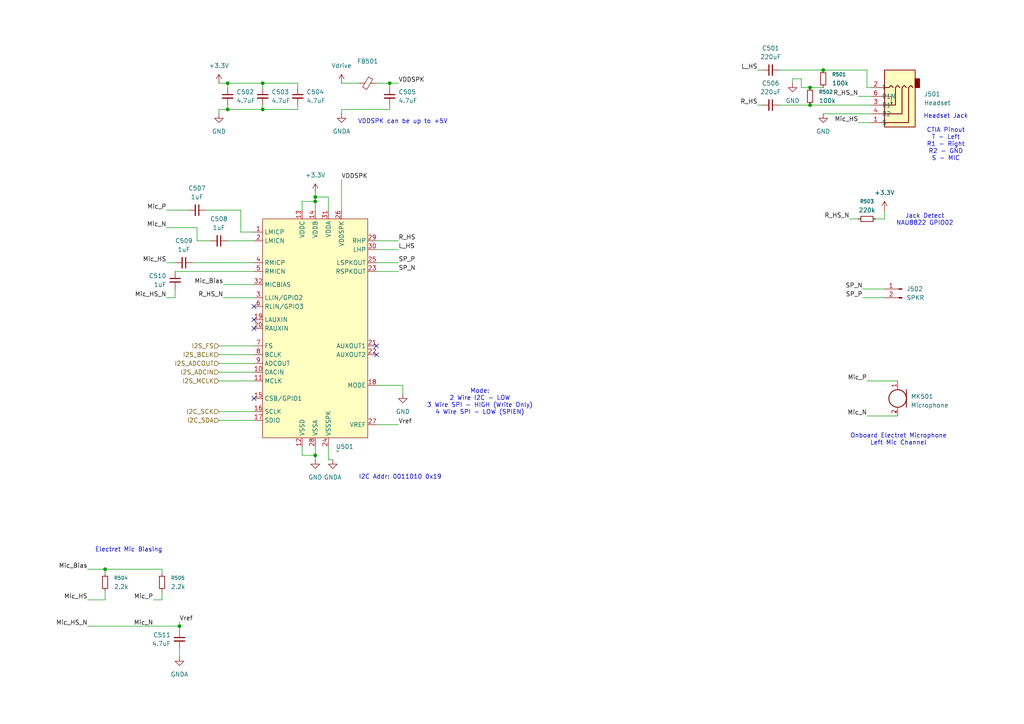
<source format=kicad_sch>
(kicad_sch (version 20250114) (generator "eeschema") (generator_version "9.0")
  (paper "A4")
  (lib_symbols
    (symbol "BVH_Audio:NAU8822"
      (property "Reference" "U" (at 0 0 0))
      (symbol "NAU8822_1_1"
        (rectangle (start -16.51 29.21) (end 13.97 -34.29) (fill (type background)))
        (pin input line (at -19.05 25.4 0) (length 2.54) (name "LMICP") (number "1"))
        (pin input line (at -19.05 22.86 0) (length 2.54) (name "LMICN") (number "2"))
        (pin input line (at -19.05 16.51 0) (length 2.54) (name "RMICP") (number "4"))
        (pin input line (at -19.05 13.97 0) (length 2.54) (name "RMICN") (number "5"))
        (pin input line (at -19.05 10.16 0) (length 2.54) (name "MICBIAS") (number "32"))
        (pin input line (at -19.05 6.35 0) (length 2.54) (name "LLIN/GPIO2") (number "3"))
        (pin input line (at -19.05 3.81 0) (length 2.54) (name "RLIN/GPIO3") (number "6"))
        (pin input line (at -19.05 0 0) (length 2.54) (name "LAUXIN") (number "19"))
        (pin input line (at -19.05 -2.54 0) (length 2.54) (name "RAUXIN") (number "20"))
        (pin input line (at -19.05 -7.62 0) (length 2.54) (name "FS") (number "7"))
        (pin input line (at -19.05 -10.16 0) (length 2.54) (name "BCLK") (number "8"))
        (pin input line (at -19.05 -12.7 0) (length 2.54) (name "ADCOUT") (number "9"))
        (pin input line (at -19.05 -15.24 0) (length 2.54) (name "DACIN") (number "10"))
        (pin input line (at -19.05 -17.78 0) (length 2.54) (name "MCLK") (number "11"))
        (pin input line (at -19.05 -22.86 0) (length 2.54) (name "CSB/GPIO1") (number "15"))
        (pin input line (at -19.05 -26.67 0) (length 2.54) (name "SCLK") (number "16"))
        (pin input line (at -19.05 -29.21 0) (length 2.54) (name "SDIO") (number "17"))
        (pin input line (at -5.08 31.75 270) (length 2.54) (name "VDDC") (number "13"))
        (pin input line (at -5.08 -36.83 90) (length 2.54) (name "VSSD") (number "12"))
        (pin input line (at -1.27 31.75 270) (length 2.54) (name "VDDB") (number "14"))
        (pin input line (at -1.27 -36.83 90) (length 2.54) (name "VSSA") (number "28"))
        (pin input line (at 2.54 31.75 270) (length 2.54) (name "VDDA") (number "31"))
        (pin input line (at 2.54 -36.83 90) (length 2.54) (name "VSSSPK") (number "24"))
        (pin input line (at 6.35 31.75 270) (length 2.54) (name "VDDSPK") (number "26"))
        (pin input line (at 16.51 22.86 180) (length 2.54) (name "RHP") (number "29"))
        (pin input line (at 16.51 20.32 180) (length 2.54) (name "LHP") (number "30"))
        (pin input line (at 16.51 16.51 180) (length 2.54) (name "LSPKOUT") (number "25"))
        (pin input line (at 16.51 13.97 180) (length 2.54) (name "RSPKOUT") (number "23"))
        (pin input line (at 16.51 -7.62 180) (length 2.54) (name "AUXOUT1") (number "21"))
        (pin input line (at 16.51 -10.16 180) (length 2.54) (name "AUXOUT2") (number "22"))
        (pin input line (at 16.51 -19.05 180) (length 2.54) (name "MODE") (number "18"))
        (pin input line (at 16.51 -30.48 180) (length 2.54) (name "VREF") (number "27"))
      )
    )
    (symbol "BVH_Connectors_Misc:AudioJack4_SwitchTR"
      (property "Reference" "J" (at 0 11.43 0))
      (property "Value" "AudioJack4_SwitchTR" (at 0 8.89 0))
      (symbol "AudioJack4_SwitchTR_0_1"
        (rectangle (start -7.62 -5.08) (end -8.89 -7.62) (stroke (width 0.254)) (fill (type outline)))
        (rectangle (start 1.27 6.35) (end -7.62 -10.16) (stroke (width 0.254)) (fill (type background)))
        (polyline (pts (xy 1.27 2.54) (xy 2.54 2.54)))
        (polyline (pts (xy 1.27 -5.08) (xy 2.54 -5.08)))
        (polyline (pts (xy 2.54 5.08) (xy 1.27 5.08)))
        (polyline (pts (xy 2.54 0) (xy 1.27 0)))
      )
      (symbol "AudioJack4_SwitchTR_1_1"
        (polyline (pts (xy -3.175 -5.08) (xy -2.54 -5.715) (xy -1.905 -5.08) (xy -1.905 0) (xy 1.27 0)) (stroke (width 0.254)))
        (polyline (pts (xy -1.27 -5.08) (xy -0.635 -5.715) (xy 0 -5.08) (xy 1.27 -5.08)) (stroke (width 0.254)))
        (polyline (pts (xy -0.762 -0.254) (xy -0.508 -0.762)))
        (polyline (pts (xy 1.27 5.08) (xy -5.715 5.08) (xy -5.715 -5.08) (xy -6.35 -5.715) (xy -6.985 -5.08)) (stroke (width 0.254)))
        (polyline (pts (xy 1.27 2.54) (xy -3.81 2.54) (xy -3.81 -5.08) (xy -4.445 -5.715) (xy -5.08 -5.08)) (stroke (width 0.254)))
        (polyline (pts (xy 2.54 -2.54) (xy -0.762 -2.54) (xy -0.762 -0.254) (xy -1.016 -0.762)))
        (pin passive line (at 5.08 5.08 180) (length 2.54) (name "S") (number "1"))
        (pin passive line (at 5.08 2.54 180) (length 2.54) (name "R2") (number "4"))
        (pin passive line (at 5.08 0 180) (length 2.54) (name "R1") (number "3"))
        (pin passive line (at 5.08 -2.54 180) (length 2.54) (name "R1N") (number "6"))
        (pin passive line (at 5.08 -5.08 180) (length 2.54) (name "T") (number "2"))
      )
    )
    (symbol "Connector:Conn_01x02_Pin" (pin_names (offset 1.016) (hide yes))
      (property "Reference" "J" (at 0 2.54 0))
      (property "Value" "Conn_01x02_Pin" (at 0 -5.08 0))
      (symbol "Conn_01x02_Pin_1_1"
        (rectangle (start 0.8636 0.127) (end 0 -0.127) (stroke (width 0.1524)) (fill (type outline)))
        (rectangle (start 0.8636 -2.413) (end 0 -2.667) (stroke (width 0.1524)) (fill (type outline)))
        (polyline (pts (xy 1.27 0) (xy 0.8636 0)) (stroke (width 0.1524)))
        (polyline (pts (xy 1.27 -2.54) (xy 0.8636 -2.54)) (stroke (width 0.1524)))
        (pin passive line (at 5.08 0 180) (length 3.81) (name "Pin_1") (number "1"))
        (pin passive line (at 5.08 -2.54 180) (length 3.81) (name "Pin_2") (number "2"))
      )
    )
    (symbol "Device:C_Small" (pin_numbers (hide yes)) (pin_names (offset 0.254) (hide yes))
      (property "Reference" "C" (at 0.254 1.778 0))
      (property "Value" "C_Small" (at 0.254 -2.032 0))
      (symbol "C_Small_0_1"
        (polyline (pts (xy -1.524 0.508) (xy 1.524 0.508)) (stroke (width 0.3048)))
        (polyline (pts (xy -1.524 -0.508) (xy 1.524 -0.508)) (stroke (width 0.3302)))
      )
      (symbol "C_Small_1_1"
        (pin passive line (at 0 2.54 270) (length 2.032) (name "~") (number "1"))
        (pin passive line (at 0 -2.54 90) (length 2.032) (name "~") (number "2"))
      )
    )
    (symbol "Device:FerriteBead_Small" (pin_numbers (hide yes)) (pin_names (offset 0))
      (property "Reference" "FB" (at 1.905 1.27 0))
      (property "Value" "FerriteBead_Small" (at 1.905 -1.27 0))
      (symbol "FerriteBead_Small_0_1"
        (polyline (pts (xy -1.8288 0.2794) (xy -1.1176 1.4986) (xy 1.8288 -0.2032) (xy 1.1176 -1.4224) (xy -1.8288 0.2794)))
        (polyline (pts (xy 0 0.889) (xy 0 1.2954)))
        (polyline (pts (xy 0 -1.27) (xy 0 -0.7874)))
      )
      (symbol "FerriteBead_Small_1_1"
        (pin passive line (at 0 2.54 270) (length 1.27) (name "~") (number "1"))
        (pin passive line (at 0 -2.54 90) (length 1.27) (name "~") (number "2"))
      )
    )
    (symbol "Device:Microphone" (pin_names (offset 0.0254) (hide yes))
      (property "Reference" "MK" (at -3.81 1.27 0))
      (property "Value" "Microphone" (at -3.81 -0.635 0))
      (symbol "Microphone_0_1"
        (polyline (pts (xy -2.54 2.54) (xy -2.54 -2.54)) (stroke (width 0.254)))
        (circle (center 0 0) (radius 2.54) (stroke (width 0.254)))
        (polyline (pts (xy 0.254 3.81) (xy 0.762 3.81)))
        (polyline (pts (xy 0.508 4.064) (xy 0.508 3.556)))
      )
      (symbol "Microphone_1_1"
        (pin passive line (at 0 5.08 270) (length 2.54) (name "+") (number "2"))
        (pin passive line (at 0 -5.08 90) (length 2.54) (name "-") (number "1"))
      )
    )
    (symbol "Device:R_Small" (pin_numbers (hide yes)) (pin_names (offset 0.254) (hide yes))
      (property "Reference" "R" (at 0 0 90))
      (property "Value" "R_Small" (at 1.778 0 90))
      (symbol "R_Small_0_1"
        (rectangle (start -0.762 1.778) (end 0.762 -1.778) (stroke (width 0.2032)))
      )
      (symbol "R_Small_1_1"
        (pin passive line (at 0 2.54 270) (length 0.762) (name "~") (number "1"))
        (pin passive line (at 0 -2.54 90) (length 0.762) (name "~") (number "2"))
      )
    )
    (symbol "power:+3.3V" (power) (pin_numbers (hide yes)) (pin_names (offset 0) (hide yes))
      (property "Value" "+3.3V" (at 0 3.556 0))
      (symbol "+3.3V_0_1"
        (polyline (pts (xy -0.762 1.27) (xy 0 2.54)))
        (polyline (pts (xy 0 2.54) (xy 0.762 1.27)))
        (polyline (pts (xy 0 0) (xy 0 2.54)))
      )
      (symbol "+3.3V_1_1"
        (pin power_in line (at 0 0 90) (length 0) (name "~") (number "1"))
      )
    )
    (symbol "power:GND" (power) (pin_numbers (hide yes)) (pin_names (offset 0) (hide yes))
      (property "Value" "GND" (at 0 -3.81 0))
      (symbol "GND_0_1"
        (polyline (pts (xy 0 0) (xy 0 -1.27) (xy 1.27 -1.27) (xy 0 -2.54) (xy -1.27 -1.27) (xy 0 -1.27)))
      )
      (symbol "GND_1_1"
        (pin power_in line (at 0 0 270) (length 0) (name "~") (number "1"))
      )
    )
    (symbol "power:GNDA" (power) (pin_numbers (hide yes)) (pin_names (offset 0) (hide yes))
      (property "Value" "GNDA" (at 0 -3.81 0))
      (symbol "GNDA_0_1"
        (polyline (pts (xy 0 0) (xy 0 -1.27) (xy 1.27 -1.27) (xy 0 -2.54) (xy -1.27 -1.27) (xy 0 -1.27)))
      )
      (symbol "GNDA_1_1"
        (pin power_in line (at 0 0 270) (length 0) (name "~") (number "1"))
      )
    )
    (symbol "power:Vdrive" (power) (pin_numbers (hide yes)) (pin_names (offset 0) (hide yes))
      (property "Value" "Vdrive" (at 0 3.556 0))
      (symbol "Vdrive_0_1"
        (polyline (pts (xy -0.762 1.27) (xy 0 2.54)))
        (polyline (pts (xy 0 2.54) (xy 0.762 1.27)))
        (polyline (pts (xy 0 0) (xy 0 2.54)))
      )
      (symbol "Vdrive_1_1"
        (pin power_in line (at 0 0 90) (length 0) (name "~") (number "1"))
      )
    )
  )
  (text "Onboard Electret Microphone\nLeft Mic Channel" (at 260.604 127.508 0) (effects (font (size 1.27 1.27))))
  (text "VDDSPK can be up to +5V" (at 116.84 35.306 0) (effects (font (size 1.27 1.27))))
  (text "Electret Mic Biasing" (at 37.338 159.512 0) (effects (font (size 1.27 1.27))))
  (text "I2C Addr: 0011010 0x19" (at 116.078 138.43 0) (effects (font (size 1.27 1.27))))
  (text "Mode:\n2 Wire I2C - LOW\n3 Wire SPI - HIGH (Write Only)\n4 Wire SPI - LOW (SPIEN)" (at 139.192 116.586 0) (effects (font (size 1.27 1.27))))
  (text "Headset Jack\n\nCTIA Pinout\nT - Left\nR1 - Right\nR2 - GND\nS - MIC" (at 274.32 39.878 0) (effects (font (size 1.27 1.27))))
  (text "Jack Detect\nNAU8822 GPIO02" (at 268.224 63.754 0) (effects (font (size 1.27 1.27))))
  (junction (at 91.44 132.08))
  (junction (at 234.95 25.4))
  (junction (at 66.04 24.13))
  (junction (at 76.2 24.13))
  (junction (at 91.44 57.15))
  (junction (at 30.48 165.1))
  (junction (at 113.03 24.13))
  (junction (at 66.04 31.75))
  (junction (at 238.76 20.32))
  (junction (at 52.07 181.61))
  (junction (at 91.44 58.42))
  (junction (at 76.2 31.75))
  (junction (at 234.95 30.48))
  (no_connect (at 109.22 100.33))
  (no_connect (at 73.66 92.71))
  (no_connect (at 73.66 115.57))
  (no_connect (at 73.66 95.25))
  (no_connect (at 73.66 88.9))
  (no_connect (at 109.22 102.87))
  (wire (pts (xy 55.88 76.2) (xy 73.66 76.2)))
  (wire (pts (xy 63.5 100.33) (xy 73.66 100.33)))
  (wire (pts (xy 60.96 69.85) (xy 57.15 69.85)))
  (wire (pts (xy 226.06 20.32) (xy 238.76 20.32)))
  (wire (pts (xy 113.03 31.75) (xy 113.03 30.48)))
  (wire (pts (xy 109.22 76.2) (xy 115.57 76.2)))
  (wire (pts (xy 30.48 173.99) (xy 30.48 171.45)))
  (wire (pts (xy 99.06 52.07) (xy 99.06 60.96)))
  (wire (pts (xy 109.22 123.19) (xy 115.57 123.19)))
  (wire (pts (xy 66.04 24.13) (xy 76.2 24.13)))
  (wire (pts (xy 232.41 25.4) (xy 232.41 22.86)))
  (wire (pts (xy 116.84 114.3) (xy 116.84 111.76)))
  (wire (pts (xy 91.44 58.42) (xy 91.44 60.96)))
  (wire (pts (xy 63.5 107.95) (xy 73.66 107.95)))
  (wire (pts (xy 63.5 33.02) (xy 63.5 31.75)))
  (wire (pts (xy 63.5 121.92) (xy 73.66 121.92)))
  (wire (pts (xy 91.44 55.88) (xy 91.44 57.15)))
  (wire (pts (xy 219.71 20.32) (xy 220.98 20.32)))
  (wire (pts (xy 25.4 165.1) (xy 30.48 165.1)))
  (wire (pts (xy 246.38 63.5) (xy 248.92 63.5)))
  (wire (pts (xy 25.4 173.99) (xy 30.48 173.99)))
  (wire (pts (xy 66.04 24.13) (xy 66.04 25.4)))
  (wire (pts (xy 99.06 24.13) (xy 104.14 24.13)))
  (wire (pts (xy 95.25 133.35) (xy 95.25 129.54)))
  (wire (pts (xy 116.84 111.76) (xy 109.22 111.76)))
  (wire (pts (xy 44.45 173.99) (xy 46.99 173.99)))
  (wire (pts (xy 50.8 78.74) (xy 73.66 78.74)))
  (wire (pts (xy 251.46 110.49) (xy 260.35 110.49)))
  (wire (pts (xy 76.2 24.13) (xy 86.36 24.13)))
  (wire (pts (xy 52.07 187.96) (xy 52.07 190.5)))
  (wire (pts (xy 96.52 133.35) (xy 95.25 133.35)))
  (wire (pts (xy 251.46 20.32) (xy 251.46 25.4)))
  (wire (pts (xy 76.2 30.48) (xy 76.2 31.75)))
  (wire (pts (xy 248.92 35.56) (xy 252.73 35.56)))
  (wire (pts (xy 248.92 27.94) (xy 252.73 27.94)))
  (wire (pts (xy 99.06 33.02) (xy 99.06 31.75)))
  (wire (pts (xy 50.8 86.36) (xy 50.8 83.82)))
  (wire (pts (xy 30.48 165.1) (xy 30.48 166.37)))
  (wire (pts (xy 63.5 102.87) (xy 73.66 102.87)))
  (wire (pts (xy 250.19 83.82) (xy 256.54 83.82)))
  (wire (pts (xy 69.85 67.31) (xy 73.66 67.31)))
  (wire (pts (xy 219.71 30.48) (xy 220.98 30.48)))
  (wire (pts (xy 59.69 60.96) (xy 69.85 60.96)))
  (wire (pts (xy 48.26 60.96) (xy 54.61 60.96)))
  (wire (pts (xy 63.5 110.49) (xy 73.66 110.49)))
  (wire (pts (xy 95.25 60.96) (xy 95.25 57.15)))
  (wire (pts (xy 48.26 76.2) (xy 50.8 76.2)))
  (wire (pts (xy 87.63 58.42) (xy 91.44 58.42)))
  (wire (pts (xy 95.25 57.15) (xy 91.44 57.15)))
  (wire (pts (xy 30.48 165.1) (xy 46.99 165.1)))
  (wire (pts (xy 76.2 24.13) (xy 76.2 25.4)))
  (wire (pts (xy 66.04 30.48) (xy 66.04 31.75)))
  (wire (pts (xy 238.76 20.32) (xy 251.46 20.32)))
  (wire (pts (xy 99.06 31.75) (xy 113.03 31.75)))
  (wire (pts (xy 63.5 24.13) (xy 66.04 24.13)))
  (wire (pts (xy 232.41 25.4) (xy 234.95 25.4)))
  (wire (pts (xy 234.95 30.48) (xy 252.73 30.48)))
  (wire (pts (xy 86.36 31.75) (xy 86.36 30.48)))
  (wire (pts (xy 66.04 69.85) (xy 73.66 69.85)))
  (wire (pts (xy 64.77 82.55) (xy 73.66 82.55)))
  (wire (pts (xy 232.41 22.86) (xy 229.87 22.86)))
  (wire (pts (xy 46.99 173.99) (xy 46.99 171.45)))
  (wire (pts (xy 113.03 24.13) (xy 113.03 25.4)))
  (wire (pts (xy 226.06 30.48) (xy 234.95 30.48)))
  (wire (pts (xy 87.63 132.08) (xy 91.44 132.08)))
  (wire (pts (xy 251.46 120.65) (xy 260.35 120.65)))
  (wire (pts (xy 229.87 22.86) (xy 229.87 24.13)))
  (wire (pts (xy 87.63 60.96) (xy 87.63 58.42)))
  (wire (pts (xy 238.76 33.02) (xy 252.73 33.02)))
  (wire (pts (xy 52.07 180.34) (xy 52.07 181.61)))
  (wire (pts (xy 63.5 105.41) (xy 73.66 105.41)))
  (wire (pts (xy 87.63 129.54) (xy 87.63 132.08)))
  (wire (pts (xy 86.36 24.13) (xy 86.36 25.4)))
  (wire (pts (xy 64.77 86.36) (xy 73.66 86.36)))
  (wire (pts (xy 250.19 86.36) (xy 256.54 86.36)))
  (wire (pts (xy 52.07 181.61) (xy 52.07 182.88)))
  (wire (pts (xy 46.99 165.1) (xy 46.99 166.37)))
  (wire (pts (xy 113.03 24.13) (xy 115.57 24.13)))
  (wire (pts (xy 57.15 66.04) (xy 48.26 66.04)))
  (wire (pts (xy 69.85 60.96) (xy 69.85 67.31)))
  (wire (pts (xy 25.4 181.61) (xy 52.07 181.61)))
  (wire (pts (xy 63.5 31.75) (xy 66.04 31.75)))
  (wire (pts (xy 109.22 24.13) (xy 113.03 24.13)))
  (wire (pts (xy 91.44 129.54) (xy 91.44 132.08)))
  (wire (pts (xy 57.15 69.85) (xy 57.15 66.04)))
  (wire (pts (xy 256.54 63.5) (xy 256.54 60.96)))
  (wire (pts (xy 48.26 86.36) (xy 50.8 86.36)))
  (wire (pts (xy 254 63.5) (xy 256.54 63.5)))
  (wire (pts (xy 91.44 132.08) (xy 91.44 133.35)))
  (wire (pts (xy 251.46 25.4) (xy 252.73 25.4)))
  (wire (pts (xy 234.95 25.4) (xy 238.76 25.4)))
  (wire (pts (xy 63.5 119.38) (xy 73.66 119.38)))
  (wire (pts (xy 109.22 69.85) (xy 115.57 69.85)))
  (wire (pts (xy 76.2 31.75) (xy 86.36 31.75)))
  (wire (pts (xy 109.22 78.74) (xy 115.57 78.74)))
  (wire (pts (xy 109.22 72.39) (xy 115.57 72.39)))
  (wire (pts (xy 66.04 31.75) (xy 76.2 31.75)))
  (wire (pts (xy 91.44 57.15) (xy 91.44 58.42)))
  (label "Vref" (at 115.57 123.19 0))
  (label "VDDSPK" (at 99.06 52.07 0))
  (label "R_HS" (at 219.71 30.48 180))
  (label "Mic_Bias" (at 25.4 165.1 180))
  (label "R_HS" (at 115.57 69.85 0))
  (label "VDDSPK" (at 115.57 24.13 0))
  (label "R_HS_N" (at 248.92 27.94 180))
  (label "Mic_HS_N" (at 25.4 181.61 180))
  (label "L_HS" (at 115.57 72.39 0))
  (label "Mic_Bias" (at 64.77 82.55 180))
  (label "Mic_N" (at 48.26 66.04 180))
  (label "L_HS" (at 219.71 20.32 180))
  (label "Mic_P" (at 48.26 60.96 180))
  (label "Mic_P" (at 44.45 173.99 180))
  (label "Mic_HS" (at 248.92 35.56 180))
  (label "Mic_N" (at 251.46 120.65 180))
  (label "SP_P" (at 115.57 76.2 0))
  (label "R_HS_N" (at 64.77 86.36 180))
  (label "Mic_N" (at 44.45 181.61 180))
  (label "R_HS_N" (at 246.38 63.5 180))
  (label "Mic_HS" (at 25.4 173.99 180))
  (label "Mic_HS_N" (at 48.26 86.36 180))
  (label "Vref" (at 52.07 180.34 0))
  (label "Mic_HS" (at 48.26 76.2 180))
  (label "SP_N" (at 115.57 78.74 0))
  (label "Mic_P" (at 251.46 110.49 180))
  (label "SP_P" (at 250.19 86.36 180))
  (label "SP_N" (at 250.19 83.82 180))
  (hierarchical_label "I2S_BCLK" (shape input) (at 63.5 102.87 180))
  (hierarchical_label "I2S_FS" (shape input) (at 63.5 100.33 180))
  (hierarchical_label "I2C_SDA" (shape input) (at 63.5 121.92 180))
  (hierarchical_label "I2S_ADCOUT" (shape input) (at 63.5 105.41 180))
  (hierarchical_label "I2S_ADCIN" (shape input) (at 63.5 107.95 180))
  (hierarchical_label "I2C_SCK" (shape input) (at 63.5 119.38 180))
  (hierarchical_label "I2S_MCLK" (shape input) (at 63.5 110.49 180))
  (symbol (lib_id "power:GNDA") (at 96.52 133.35 0) (unit 1)
    (property "Reference" "#PWR0511" (effects (hide yes)))
    (property "Value" "GNDA" (at 96.52 138.43 0))
    (property "Description" "Power symbol creates a global label with name \"GNDA\" , analog ground" (effects (hide yes)))
  )
  (symbol (lib_id "Device:FerriteBead_Small") (at 106.68 24.13 90) (unit 1)
    (property "Reference" "FB501" (at 106.6419 17.78 90))
    (property "Value" "FerriteBead_Small" (effects (hide yes)))
    (property "Description" "Ferrite bead, small symbol" (effects (hide yes)))
  )
  (symbol (lib_id "power:GNDA") (at 99.06 33.02 0) (unit 1)
    (property "Reference" "#PWR0505" (effects (hide yes)))
    (property "Value" "GNDA" (at 99.06 38.1 0))
    (property "Description" "Power symbol creates a global label with name \"GNDA\" , analog ground" (effects (hide yes)))
  )
  (symbol (lib_id "Device:C_Small") (at 223.52 20.32 90) (unit 1)
    (property "Reference" "C501" (at 223.5263 13.97 90))
    (property "Value" "220uF" (at 223.5263 16.51 90))
    (property "Footprint" "Capacitor_SMD:C_1210_3225Metric" (effects (hide yes)))
    (property "Description" "Unpolarized capacitor, small symbol" (effects (hide yes)))
  )
  (symbol (lib_id "Device:R_Small") (at 234.95 27.94 180) (unit 1)
    (property "Reference" "R502" (at 237.49 26.6699 0) (effects (font (size 1.016 1.016)) (justify right)))
    (property "Value" "100k" (at 237.49 29.2099 0) (effects (justify right)))
    (property "Description" "Resistor, small symbol" (effects (hide yes)))
  )
  (symbol (lib_id "power:GND") (at 116.84 114.3 0) (unit 1)
    (property "Reference" "#PWR0509" (effects (hide yes)))
    (property "Value" "GND" (at 116.84 119.38 0))
    (property "Description" "Power symbol creates a global label with name \"GND\" , ground" (effects (hide yes)))
  )
  (symbol (lib_id "Device:C_Small") (at 66.04 27.94 0) (unit 1)
    (property "Reference" "C502" (at 68.58 26.6762 0) (effects (justify left)))
    (property "Value" "4.7uF" (at 68.58 29.2162 0) (effects (justify left)))
    (property "Description" "Unpolarized capacitor, small symbol" (effects (hide yes)))
  )
  (symbol (lib_id "Device:C_Small") (at 63.5 69.85 270) (unit 1)
    (property "Reference" "C508" (at 63.4936 63.5 90))
    (property "Value" "1uF" (at 63.4936 66.04 90))
    (property "Description" "Unpolarized capacitor, small symbol" (effects (hide yes)))
  )
  (symbol (lib_id "power:+3.3V") (at 91.44 55.88 0) (mirror y) (unit 1)
    (property "Reference" "#PWR0507" (effects (hide yes)))
    (property "Value" "+3.3V" (at 91.44 50.8 0))
    (property "Description" "Power symbol creates a global label with name \"+3.3V\"" (effects (hide yes)))
  )
  (symbol (lib_id "Device:Microphone") (at 260.35 115.57 180) (unit 1)
    (property "Reference" "MK501" (at 264.16 114.9984 0) (effects (justify right)))
    (property "Value" "Microphone" (at 264.16 117.5384 0) (effects (justify right)))
    (property "Description" "Microphone" (effects (hide yes)))
  )
  (symbol (lib_id "Device:C_Small") (at 86.36 27.94 0) (unit 1)
    (property "Reference" "C504" (at 88.9 26.6762 0) (effects (justify left)))
    (property "Value" "4.7uF" (at 88.9 29.2162 0) (effects (justify left)))
    (property "Description" "Unpolarized capacitor, small symbol" (effects (hide yes)))
  )
  (symbol (lib_id "power:+3.3V") (at 63.5 24.13 0) (mirror y) (unit 1)
    (property "Reference" "#PWR0501" (effects (hide yes)))
    (property "Value" "+3.3V" (at 63.5 19.05 0))
    (property "Description" "Power symbol creates a global label with name \"+3.3V\"" (effects (hide yes)))
  )
  (symbol (lib_id "Device:C_Small") (at 52.07 185.42 0) (mirror y) (unit 1)
    (property "Reference" "C511" (at 49.53 184.1562 0) (effects (justify left)))
    (property "Value" "4.7uF" (at 49.53 186.6962 0) (effects (justify left)))
    (property "Description" "Unpolarized capacitor, small symbol" (effects (hide yes)))
  )
  (symbol (lib_id "Connector:Conn_01x02_Pin") (at 261.62 83.82 0) (mirror y) (unit 1)
    (property "Reference" "J502" (at 262.89 83.8199 0) (effects (justify right)))
    (property "Value" "SPKR" (at 262.89 86.3599 0) (effects (justify right)))
    (property "Description" "Generic connector, single row, 01x02, script generated" (effects (hide yes)))
  )
  (symbol (lib_id "Device:C_Small") (at 50.8 81.28 0) (mirror y) (unit 1)
    (property "Reference" "C510" (at 48.26 80.0162 0) (effects (justify left)))
    (property "Value" "1uF" (at 48.26 82.5562 0) (effects (justify left)))
    (property "Description" "Unpolarized capacitor, small symbol" (effects (hide yes)))
  )
  (symbol (lib_id "power:Vdrive") (at 99.06 24.13 0) (unit 1)
    (property "Reference" "#PWR0502" (effects (hide yes)))
    (property "Value" "Vdrive" (at 99.06 19.05 0))
    (property "Description" "Power symbol creates a global label with name \"Vdrive\"" (effects (hide yes)))
  )
  (symbol (lib_id "Device:C_Small") (at 76.2 27.94 0) (unit 1)
    (property "Reference" "C503" (at 78.74 26.6762 0) (effects (justify left)))
    (property "Value" "4.7uF" (at 78.74 29.2162 0) (effects (justify left)))
    (property "Description" "Unpolarized capacitor, small symbol" (effects (hide yes)))
  )
  (symbol (lib_id "power:GNDA") (at 52.07 190.5 0) (unit 1)
    (property "Reference" "#PWR0512" (effects (hide yes)))
    (property "Value" "GNDA" (at 52.07 195.58 0))
    (property "Description" "Power symbol creates a global label with name \"GNDA\" , analog ground" (effects (hide yes)))
  )
  (symbol (lib_id "power:GND") (at 63.5 33.02 0) (unit 1)
    (property "Reference" "#PWR0504" (effects (hide yes)))
    (property "Value" "GND" (at 63.5 38.1 0))
    (property "Description" "Power symbol creates a global label with name \"GND\" , ground" (effects (hide yes)))
  )
  (symbol (lib_id "Device:C_Small") (at 223.52 30.48 270) (unit 1)
    (property "Reference" "C506" (at 223.5136 24.13 90))
    (property "Value" "220uF" (at 223.5136 26.67 90))
    (property "Footprint" "Capacitor_SMD:C_1210_3225Metric" (effects (hide yes)))
    (property "Description" "Unpolarized capacitor, small symbol" (effects (hide yes)))
  )
  (symbol (lib_id "Device:R_Small") (at 238.76 22.86 180) (unit 1)
    (property "Reference" "R501" (at 241.3 21.5899 0) (effects (font (size 1.016 1.016)) (justify right)))
    (property "Value" "100k" (at 241.3 24.1299 0) (effects (justify right)))
    (property "Description" "Resistor, small symbol" (effects (hide yes)))
  )
  (symbol (lib_id "BVH_Connectors_Misc:AudioJack4_SwitchTR") (at 257.81 30.48 180) (unit 1)
    (property "Reference" "J501" (at 267.97 27.3049 0) (effects (justify right)))
    (property "Value" "Headset" (at 267.97 29.8449 0) (effects (justify right)))
    (property "Description" "Audio Jack, 4 Poles (Stereo / TRRS), Switched TR1 Poles (Normalling)" (effects (hide yes)))
  )
  (symbol (lib_id "Device:R_Small") (at 30.48 168.91 0) (unit 1)
    (property "Reference" "R504" (at 33.02 167.6399 0) (effects (font (size 1.016 1.016)) (justify left)))
    (property "Value" "2.2k" (at 33.02 170.1799 0) (effects (justify left)))
    (property "Description" "Resistor, small symbol" (effects (hide yes)))
  )
  (symbol (lib_id "Device:R_Small") (at 251.46 63.5 90) (unit 1)
    (property "Reference" "R503" (at 251.46 58.42 90) (effects (font (size 1.016 1.016))))
    (property "Value" "220k" (at 251.46 60.96 90))
    (property "Description" "Resistor, small symbol" (effects (hide yes)))
  )
  (symbol (lib_id "power:+3.3V") (at 256.54 60.96 0) (mirror y) (unit 1)
    (property "Reference" "#PWR0508" (effects (hide yes)))
    (property "Value" "+3.3V" (at 256.54 55.88 0))
    (property "Description" "Power symbol creates a global label with name \"+3.3V\"" (effects (hide yes)))
  )
  (symbol (lib_id "power:GND") (at 229.87 24.13 0) (unit 1)
    (property "Reference" "#PWR0503" (effects (hide yes)))
    (property "Value" "GND" (at 229.87 29.21 0))
    (property "Description" "Power symbol creates a global label with name \"GND\" , ground" (effects (hide yes)))
  )
  (symbol (lib_id "power:GND") (at 91.44 133.35 0) (unit 1)
    (property "Reference" "#PWR0510" (effects (hide yes)))
    (property "Value" "GND" (at 91.44 138.43 0))
    (property "Description" "Power symbol creates a global label with name \"GND\" , ground" (effects (hide yes)))
  )
  (symbol (lib_id "Device:C_Small") (at 57.15 60.96 270) (unit 1)
    (property "Reference" "C507" (at 57.1436 54.61 90))
    (property "Value" "1uF" (at 57.1436 57.15 90))
    (property "Description" "Unpolarized capacitor, small symbol" (effects (hide yes)))
  )
  (symbol (lib_id "Device:C_Small") (at 113.03 27.94 0) (unit 1)
    (property "Reference" "C505" (at 115.57 26.6762 0) (effects (justify left)))
    (property "Value" "4.7uF" (at 115.57 29.2162 0) (effects (justify left)))
    (property "Description" "Unpolarized capacitor, small symbol" (effects (hide yes)))
  )
  (symbol (lib_id "power:GND") (at 238.76 33.02 0) (unit 1)
    (property "Reference" "#PWR0506" (effects (hide yes)))
    (property "Value" "GND" (at 238.76 38.1 0))
    (property "Description" "Power symbol creates a global label with name \"GND\" , ground" (effects (hide yes)))
  )
  (symbol (lib_id "BVH_Audio:NAU8822") (at 92.71 92.71 0) (unit 1)
    (property "Reference" "U501" (at 97.3933 129.54 0) (effects (justify left)))
    (property "Value" "~" (at 97.3933 130.81 0) (effects (justify left)))
  )
  (symbol (lib_id "Device:C_Small") (at 53.34 76.2 270) (unit 1)
    (property "Reference" "C509" (at 53.3336 69.85 90))
    (property "Value" "1uF" (at 53.3336 72.39 90))
    (property "Description" "Unpolarized capacitor, small symbol" (effects (hide yes)))
  )
  (symbol (lib_id "Device:R_Small") (at 46.99 168.91 0) (unit 1)
    (property "Reference" "R505" (at 49.53 167.6399 0) (effects (font (size 1.016 1.016)) (justify left)))
    (property "Value" "2.2k" (at 49.53 170.1799 0) (effects (justify left)))
    (property "Description" "Resistor, small symbol" (effects (hide yes)))
  )
)
</source>
